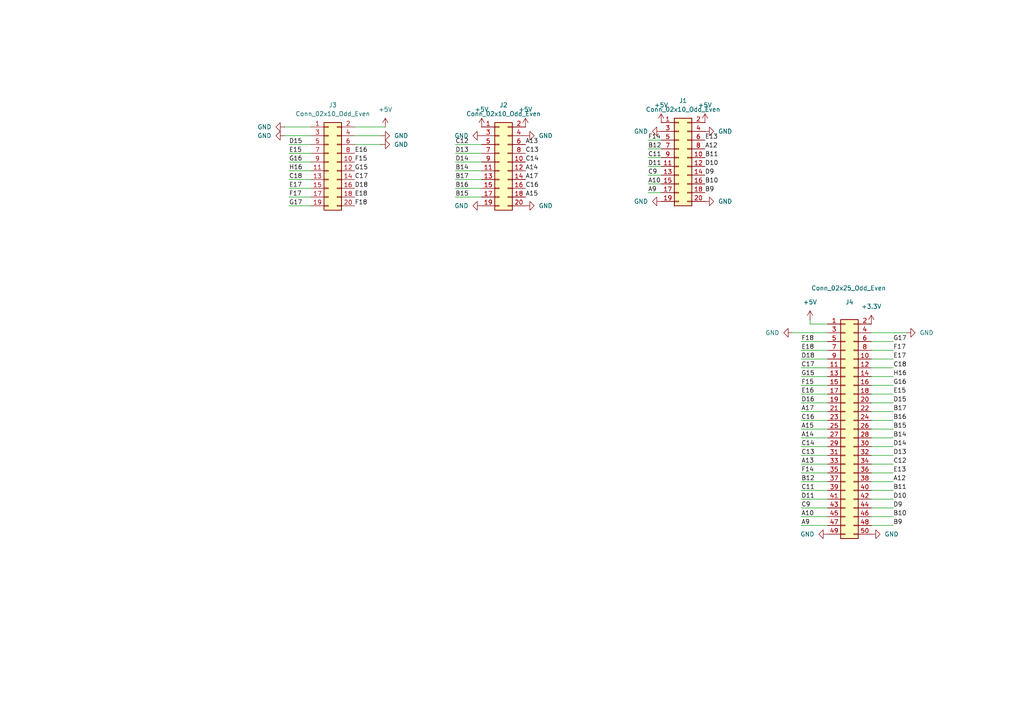
<source format=kicad_sch>
(kicad_sch (version 20231120) (generator "eeschema") (generator_version "8.0")
  (paper "A4")
  (lib_symbols
    (symbol "Connector_Generic:Conn_02x10_Odd_Even" (pin_names (offset 1.016) hide)
      (property "Reference" "J" (at 1.27 12.7 0))
      (property "Value" "Conn_02x10_Odd_Even" (at 1.27 -15.24 0))
      (symbol "Conn_02x10_Odd_Even_1_1"
        (rectangle (start -1.27 -12.573) (end 0 -12.827) (stroke (width 0.1524)))
        (rectangle (start -1.27 -10.033) (end 0 -10.287) (stroke (width 0.1524)))
        (rectangle (start -1.27 -7.493) (end 0 -7.747) (stroke (width 0.1524)))
        (rectangle (start -1.27 -4.953) (end 0 -5.207) (stroke (width 0.1524)))
        (rectangle (start -1.27 -2.413) (end 0 -2.667) (stroke (width 0.1524)))
        (rectangle (start -1.27 0.127) (end 0 -0.127) (stroke (width 0.1524)))
        (rectangle (start -1.27 2.667) (end 0 2.413) (stroke (width 0.1524)))
        (rectangle (start -1.27 5.207) (end 0 4.953) (stroke (width 0.1524)))
        (rectangle (start -1.27 7.747) (end 0 7.493) (stroke (width 0.1524)))
        (rectangle (start -1.27 10.287) (end 0 10.033) (stroke (width 0.1524)))
        (rectangle (start -1.27 11.43) (end 3.81 -13.97) (stroke (width 0.254)) (fill (type background)))
        (rectangle (start 3.81 -12.573) (end 2.54 -12.827) (stroke (width 0.1524)))
        (rectangle (start 3.81 -10.033) (end 2.54 -10.287) (stroke (width 0.1524)))
        (rectangle (start 3.81 -7.493) (end 2.54 -7.747) (stroke (width 0.1524)))
        (rectangle (start 3.81 -4.953) (end 2.54 -5.207) (stroke (width 0.1524)))
        (rectangle (start 3.81 -2.413) (end 2.54 -2.667) (stroke (width 0.1524)))
        (rectangle (start 3.81 0.127) (end 2.54 -0.127) (stroke (width 0.1524)))
        (rectangle (start 3.81 2.667) (end 2.54 2.413) (stroke (width 0.1524)))
        (rectangle (start 3.81 5.207) (end 2.54 4.953) (stroke (width 0.1524)))
        (rectangle (start 3.81 7.747) (end 2.54 7.493) (stroke (width 0.1524)))
        (rectangle (start 3.81 10.287) (end 2.54 10.033) (stroke (width 0.1524)))
        (pin passive line (at -5.08 10.16 0) (length 3.81) (name "Pin_1") (number "1"))
        (pin passive line (at 7.62 0 180) (length 3.81) (name "Pin_10") (number "10"))
        (pin passive line (at -5.08 -2.54 0) (length 3.81) (name "Pin_11") (number "11"))
        (pin passive line (at 7.62 -2.54 180) (length 3.81) (name "Pin_12") (number "12"))
        (pin passive line (at -5.08 -5.08 0) (length 3.81) (name "Pin_13") (number "13"))
        (pin passive line (at 7.62 -5.08 180) (length 3.81) (name "Pin_14") (number "14"))
        (pin passive line (at -5.08 -7.62 0) (length 3.81) (name "Pin_15") (number "15"))
        (pin passive line (at 7.62 -7.62 180) (length 3.81) (name "Pin_16") (number "16"))
        (pin passive line (at -5.08 -10.16 0) (length 3.81) (name "Pin_17") (number "17"))
        (pin passive line (at 7.62 -10.16 180) (length 3.81) (name "Pin_18") (number "18"))
        (pin passive line (at -5.08 -12.7 0) (length 3.81) (name "Pin_19") (number "19"))
        (pin passive line (at 7.62 10.16 180) (length 3.81) (name "Pin_2") (number "2"))
        (pin passive line (at 7.62 -12.7 180) (length 3.81) (name "Pin_20") (number "20"))
        (pin passive line (at -5.08 7.62 0) (length 3.81) (name "Pin_3") (number "3"))
        (pin passive line (at 7.62 7.62 180) (length 3.81) (name "Pin_4") (number "4"))
        (pin passive line (at -5.08 5.08 0) (length 3.81) (name "Pin_5") (number "5"))
        (pin passive line (at 7.62 5.08 180) (length 3.81) (name "Pin_6") (number "6"))
        (pin passive line (at -5.08 2.54 0) (length 3.81) (name "Pin_7") (number "7"))
        (pin passive line (at 7.62 2.54 180) (length 3.81) (name "Pin_8") (number "8"))
        (pin passive line (at -5.08 0 0) (length 3.81) (name "Pin_9") (number "9"))
      )
    )
    (symbol "Connector_Generic:Conn_02x25_Odd_Even" (pin_names (offset 1.016) hide)
      (property "Reference" "J" (at 1.27 33.02 0))
      (property "Value" "Conn_02x25_Odd_Even" (at 1.27 -33.02 0))
      (symbol "Conn_02x25_Odd_Even_1_1"
        (rectangle (start -1.27 -30.353) (end 0 -30.607) (stroke (width 0.1524)))
        (rectangle (start -1.27 -27.813) (end 0 -28.067) (stroke (width 0.1524)))
        (rectangle (start -1.27 -25.273) (end 0 -25.527) (stroke (width 0.1524)))
        (rectangle (start -1.27 -22.733) (end 0 -22.987) (stroke (width 0.1524)))
        (rectangle (start -1.27 -20.193) (end 0 -20.447) (stroke (width 0.1524)))
        (rectangle (start -1.27 -17.653) (end 0 -17.907) (stroke (width 0.1524)))
        (rectangle (start -1.27 -15.113) (end 0 -15.367) (stroke (width 0.1524)))
        (rectangle (start -1.27 -12.573) (end 0 -12.827) (stroke (width 0.1524)))
        (rectangle (start -1.27 -10.033) (end 0 -10.287) (stroke (width 0.1524)))
        (rectangle (start -1.27 -7.493) (end 0 -7.747) (stroke (width 0.1524)))
        (rectangle (start -1.27 -4.953) (end 0 -5.207) (stroke (width 0.1524)))
        (rectangle (start -1.27 -2.413) (end 0 -2.667) (stroke (width 0.1524)))
        (rectangle (start -1.27 0.127) (end 0 -0.127) (stroke (width 0.1524)))
        (rectangle (start -1.27 2.667) (end 0 2.413) (stroke (width 0.1524)))
        (rectangle (start -1.27 5.207) (end 0 4.953) (stroke (width 0.1524)))
        (rectangle (start -1.27 7.747) (end 0 7.493) (stroke (width 0.1524)))
        (rectangle (start -1.27 10.287) (end 0 10.033) (stroke (width 0.1524)))
        (rectangle (start -1.27 12.827) (end 0 12.573) (stroke (width 0.1524)))
        (rectangle (start -1.27 15.367) (end 0 15.113) (stroke (width 0.1524)))
        (rectangle (start -1.27 17.907) (end 0 17.653) (stroke (width 0.1524)))
        (rectangle (start -1.27 20.447) (end 0 20.193) (stroke (width 0.1524)))
        (rectangle (start -1.27 22.987) (end 0 22.733) (stroke (width 0.1524)))
        (rectangle (start -1.27 25.527) (end 0 25.273) (stroke (width 0.1524)))
        (rectangle (start -1.27 28.067) (end 0 27.813) (stroke (width 0.1524)))
        (rectangle (start -1.27 30.607) (end 0 30.353) (stroke (width 0.1524)))
        (rectangle (start -1.27 31.75) (end 3.81 -31.75) (stroke (width 0.254)) (fill (type background)))
        (rectangle (start 3.81 -30.353) (end 2.54 -30.607) (stroke (width 0.1524)))
        (rectangle (start 3.81 -27.813) (end 2.54 -28.067) (stroke (width 0.1524)))
        (rectangle (start 3.81 -25.273) (end 2.54 -25.527) (stroke (width 0.1524)))
        (rectangle (start 3.81 -22.733) (end 2.54 -22.987) (stroke (width 0.1524)))
        (rectangle (start 3.81 -20.193) (end 2.54 -20.447) (stroke (width 0.1524)))
        (rectangle (start 3.81 -17.653) (end 2.54 -17.907) (stroke (width 0.1524)))
        (rectangle (start 3.81 -15.113) (end 2.54 -15.367) (stroke (width 0.1524)))
        (rectangle (start 3.81 -12.573) (end 2.54 -12.827) (stroke (width 0.1524)))
        (rectangle (start 3.81 -10.033) (end 2.54 -10.287) (stroke (width 0.1524)))
        (rectangle (start 3.81 -7.493) (end 2.54 -7.747) (stroke (width 0.1524)))
        (rectangle (start 3.81 -4.953) (end 2.54 -5.207) (stroke (width 0.1524)))
        (rectangle (start 3.81 -2.413) (end 2.54 -2.667) (stroke (width 0.1524)))
        (rectangle (start 3.81 0.127) (end 2.54 -0.127) (stroke (width 0.1524)))
        (rectangle (start 3.81 2.667) (end 2.54 2.413) (stroke (width 0.1524)))
        (rectangle (start 3.81 5.207) (end 2.54 4.953) (stroke (width 0.1524)))
        (rectangle (start 3.81 7.747) (end 2.54 7.493) (stroke (width 0.1524)))
        (rectangle (start 3.81 10.287) (end 2.54 10.033) (stroke (width 0.1524)))
        (rectangle (start 3.81 12.827) (end 2.54 12.573) (stroke (width 0.1524)))
        (rectangle (start 3.81 15.367) (end 2.54 15.113) (stroke (width 0.1524)))
        (rectangle (start 3.81 17.907) (end 2.54 17.653) (stroke (width 0.1524)))
        (rectangle (start 3.81 20.447) (end 2.54 20.193) (stroke (width 0.1524)))
        (rectangle (start 3.81 22.987) (end 2.54 22.733) (stroke (width 0.1524)))
        (rectangle (start 3.81 25.527) (end 2.54 25.273) (stroke (width 0.1524)))
        (rectangle (start 3.81 28.067) (end 2.54 27.813) (stroke (width 0.1524)))
        (rectangle (start 3.81 30.607) (end 2.54 30.353) (stroke (width 0.1524)))
        (pin passive line (at -5.08 30.48 0) (length 3.81) (name "Pin_1") (number "1"))
        (pin passive line (at 7.62 20.32 180) (length 3.81) (name "Pin_10") (number "10"))
        (pin passive line (at -5.08 17.78 0) (length 3.81) (name "Pin_11") (number "11"))
        (pin passive line (at 7.62 17.78 180) (length 3.81) (name "Pin_12") (number "12"))
        (pin passive line (at -5.08 15.24 0) (length 3.81) (name "Pin_13") (number "13"))
        (pin passive line (at 7.62 15.24 180) (length 3.81) (name "Pin_14") (number "14"))
        (pin passive line (at -5.08 12.7 0) (length 3.81) (name "Pin_15") (number "15"))
        (pin passive line (at 7.62 12.7 180) (length 3.81) (name "Pin_16") (number "16"))
        (pin passive line (at -5.08 10.16 0) (length 3.81) (name "Pin_17") (number "17"))
        (pin passive line (at 7.62 10.16 180) (length 3.81) (name "Pin_18") (number "18"))
        (pin passive line (at -5.08 7.62 0) (length 3.81) (name "Pin_19") (number "19"))
        (pin passive line (at 7.62 30.48 180) (length 3.81) (name "Pin_2") (number "2"))
        (pin passive line (at 7.62 7.62 180) (length 3.81) (name "Pin_20") (number "20"))
        (pin passive line (at -5.08 5.08 0) (length 3.81) (name "Pin_21") (number "21"))
        (pin passive line (at 7.62 5.08 180) (length 3.81) (name "Pin_22") (number "22"))
        (pin passive line (at -5.08 2.54 0) (length 3.81) (name "Pin_23") (number "23"))
        (pin passive line (at 7.62 2.54 180) (length 3.81) (name "Pin_24") (number "24"))
        (pin passive line (at -5.08 0 0) (length 3.81) (name "Pin_25") (number "25"))
        (pin passive line (at 7.62 0 180) (length 3.81) (name "Pin_26") (number "26"))
        (pin passive line (at -5.08 -2.54 0) (length 3.81) (name "Pin_27") (number "27"))
        (pin passive line (at 7.62 -2.54 180) (length 3.81) (name "Pin_28") (number "28"))
        (pin passive line (at -5.08 -5.08 0) (length 3.81) (name "Pin_29") (number "29"))
        (pin passive line (at -5.08 27.94 0) (length 3.81) (name "Pin_3") (number "3"))
        (pin passive line (at 7.62 -5.08 180) (length 3.81) (name "Pin_30") (number "30"))
        (pin passive line (at -5.08 -7.62 0) (length 3.81) (name "Pin_31") (number "31"))
        (pin passive line (at 7.62 -7.62 180) (length 3.81) (name "Pin_32") (number "32"))
        (pin passive line (at -5.08 -10.16 0) (length 3.81) (name "Pin_33") (number "33"))
        (pin passive line (at 7.62 -10.16 180) (length 3.81) (name "Pin_34") (number "34"))
        (pin passive line (at -5.08 -12.7 0) (length 3.81) (name "Pin_35") (number "35"))
        (pin passive line (at 7.62 -12.7 180) (length 3.81) (name "Pin_36") (number "36"))
        (pin passive line (at -5.08 -15.24 0) (length 3.81) (name "Pin_37") (number "37"))
        (pin passive line (at 7.62 -15.24 180) (length 3.81) (name "Pin_38") (number "38"))
        (pin passive line (at -5.08 -17.78 0) (length 3.81) (name "Pin_39") (number "39"))
        (pin passive line (at 7.62 27.94 180) (length 3.81) (name "Pin_4") (number "4"))
        (pin passive line (at 7.62 -17.78 180) (length 3.81) (name "Pin_40") (number "40"))
        (pin passive line (at -5.08 -20.32 0) (length 3.81) (name "Pin_41") (number "41"))
        (pin passive line (at 7.62 -20.32 180) (length 3.81) (name "Pin_42") (number "42"))
        (pin passive line (at -5.08 -22.86 0) (length 3.81) (name "Pin_43") (number "43"))
        (pin passive line (at 7.62 -22.86 180) (length 3.81) (name "Pin_44") (number "44"))
        (pin passive line (at -5.08 -25.4 0) (length 3.81) (name "Pin_45") (number "45"))
        (pin passive line (at 7.62 -25.4 180) (length 3.81) (name "Pin_46") (number "46"))
        (pin passive line (at -5.08 -27.94 0) (length 3.81) (name "Pin_47") (number "47"))
        (pin passive line (at 7.62 -27.94 180) (length 3.81) (name "Pin_48") (number "48"))
        (pin passive line (at -5.08 -30.48 0) (length 3.81) (name "Pin_49") (number "49"))
        (pin passive line (at -5.08 25.4 0) (length 3.81) (name "Pin_5") (number "5"))
        (pin passive line (at 7.62 -30.48 180) (length 3.81) (name "Pin_50") (number "50"))
        (pin passive line (at 7.62 25.4 180) (length 3.81) (name "Pin_6") (number "6"))
        (pin passive line (at -5.08 22.86 0) (length 3.81) (name "Pin_7") (number "7"))
        (pin passive line (at 7.62 22.86 180) (length 3.81) (name "Pin_8") (number "8"))
        (pin passive line (at -5.08 20.32 0) (length 3.81) (name "Pin_9") (number "9"))
      )
    )
    (symbol "power:+3.3V" (power) (pin_numbers hide) (pin_names (offset 0) hide)
      (property "Value" "+3.3V" (at 0 3.556 0))
      (symbol "+3.3V_0_1"
        (polyline (pts (xy -0.762 1.27) (xy 0 2.54)))
        (polyline (pts (xy 0 0) (xy 0 2.54)))
        (polyline (pts (xy 0 2.54) (xy 0.762 1.27)))
      )
      (symbol "+3.3V_1_1"
        (pin power_in line (at 0 0 90) (length 0) (name "~") (number "1"))
      )
    )
    (symbol "power:+5V" (power) (pin_numbers hide) (pin_names (offset 0) hide)
      (property "Value" "+5V" (at 0 3.556 0))
      (symbol "+5V_0_1"
        (polyline (pts (xy -0.762 1.27) (xy 0 2.54)))
        (polyline (pts (xy 0 0) (xy 0 2.54)))
        (polyline (pts (xy 0 2.54) (xy 0.762 1.27)))
      )
      (symbol "+5V_1_1"
        (pin power_in line (at 0 0 90) (length 0) (name "~") (number "1"))
      )
    )
    (symbol "power:GND" (power) (pin_numbers hide) (pin_names (offset 0) hide)
      (property "Value" "GND" (at 0 -3.81 0))
      (symbol "GND_0_1"
        (polyline (pts (xy 0 0) (xy 0 -1.27) (xy 1.27 -1.27) (xy 0 -2.54) (xy -1.27 -1.27) (xy 0 -1.27)))
      )
      (symbol "GND_1_1"
        (pin power_in line (at 0 0 270) (length 0) (name "~") (number "1"))
      )
    )
  )
  (wire (pts (xy 232.41 109.22) (xy 240.03 109.22)))
  (wire (pts (xy 187.96 53.34) (xy 191.77 53.34)))
  (wire (pts (xy 232.41 142.24) (xy 240.03 142.24)))
  (wire (pts (xy 232.41 119.38) (xy 240.03 119.38)))
  (wire (pts (xy 232.41 129.54) (xy 240.03 129.54)))
  (wire (pts (xy 259.08 139.7) (xy 252.73 139.7)))
  (wire (pts (xy 232.41 106.68) (xy 240.03 106.68)))
  (wire (pts (xy 232.41 127) (xy 240.03 127)))
  (wire (pts (xy 234.95 93.98) (xy 234.95 92.71)))
  (wire (pts (xy 232.41 134.62) (xy 240.03 134.62)))
  (wire (pts (xy 259.08 116.84) (xy 252.73 116.84)))
  (wire (pts (xy 187.96 48.26) (xy 191.77 48.26)))
  (wire (pts (xy 259.08 149.86) (xy 252.73 149.86)))
  (wire (pts (xy 83.82 57.15) (xy 90.17 57.15)))
  (wire (pts (xy 232.41 111.76) (xy 240.03 111.76)))
  (wire (pts (xy 259.08 127) (xy 252.73 127)))
  (wire (pts (xy 229.87 96.52) (xy 240.03 96.52)))
  (wire (pts (xy 262.89 96.52) (xy 252.73 96.52)))
  (wire (pts (xy 259.08 99.06) (xy 252.73 99.06)))
  (wire (pts (xy 259.08 104.14) (xy 252.73 104.14)))
  (wire (pts (xy 232.41 104.14) (xy 240.03 104.14)))
  (wire (pts (xy 259.08 134.62) (xy 252.73 134.62)))
  (wire (pts (xy 259.08 144.78) (xy 252.73 144.78)))
  (wire (pts (xy 83.82 44.45) (xy 90.17 44.45)))
  (wire (pts (xy 259.08 111.76) (xy 252.73 111.76)))
  (wire (pts (xy 240.03 93.98) (xy 234.95 93.98)))
  (wire (pts (xy 259.08 147.32) (xy 252.73 147.32)))
  (wire (pts (xy 232.41 114.3) (xy 240.03 114.3)))
  (wire (pts (xy 187.96 45.72) (xy 191.77 45.72)))
  (wire (pts (xy 132.08 52.07) (xy 139.7 52.07)))
  (wire (pts (xy 83.82 59.69) (xy 90.17 59.69)))
  (wire (pts (xy 232.41 132.08) (xy 240.03 132.08)))
  (wire (pts (xy 232.41 124.46) (xy 240.03 124.46)))
  (wire (pts (xy 187.96 43.18) (xy 191.77 43.18)))
  (wire (pts (xy 259.08 152.4) (xy 252.73 152.4)))
  (wire (pts (xy 83.82 54.61) (xy 90.17 54.61)))
  (wire (pts (xy 110.49 39.37) (xy 102.87 39.37)))
  (wire (pts (xy 132.08 49.53) (xy 139.7 49.53)))
  (wire (pts (xy 232.41 137.16) (xy 240.03 137.16)))
  (wire (pts (xy 259.08 124.46) (xy 252.73 124.46)))
  (wire (pts (xy 132.08 54.61) (xy 139.7 54.61)))
  (wire (pts (xy 259.08 114.3) (xy 252.73 114.3)))
  (wire (pts (xy 83.82 41.91) (xy 90.17 41.91)))
  (wire (pts (xy 259.08 109.22) (xy 252.73 109.22)))
  (wire (pts (xy 232.41 152.4) (xy 240.03 152.4)))
  (wire (pts (xy 132.08 41.91) (xy 139.7 41.91)))
  (wire (pts (xy 187.96 55.88) (xy 191.77 55.88)))
  (wire (pts (xy 232.41 139.7) (xy 240.03 139.7)))
  (wire (pts (xy 111.76 36.83) (xy 102.87 36.83)))
  (wire (pts (xy 259.08 121.92) (xy 252.73 121.92)))
  (wire (pts (xy 232.41 99.06) (xy 240.03 99.06)))
  (wire (pts (xy 259.08 129.54) (xy 252.73 129.54)))
  (wire (pts (xy 259.08 119.38) (xy 252.73 119.38)))
  (wire (pts (xy 259.08 132.08) (xy 252.73 132.08)))
  (wire (pts (xy 83.82 49.53) (xy 90.17 49.53)))
  (wire (pts (xy 232.41 149.86) (xy 240.03 149.86)))
  (wire (pts (xy 83.82 46.99) (xy 90.17 46.99)))
  (wire (pts (xy 132.08 46.99) (xy 139.7 46.99)))
  (wire (pts (xy 259.08 142.24) (xy 252.73 142.24)))
  (wire (pts (xy 82.55 36.83) (xy 90.17 36.83)))
  (wire (pts (xy 187.96 40.64) (xy 191.77 40.64)))
  (wire (pts (xy 259.08 137.16) (xy 252.73 137.16)))
  (wire (pts (xy 259.08 101.6) (xy 252.73 101.6)))
  (wire (pts (xy 132.08 44.45) (xy 139.7 44.45)))
  (wire (pts (xy 132.08 57.15) (xy 139.7 57.15)))
  (wire (pts (xy 82.55 39.37) (xy 90.17 39.37)))
  (wire (pts (xy 232.41 147.32) (xy 240.03 147.32)))
  (wire (pts (xy 232.41 101.6) (xy 240.03 101.6)))
  (wire (pts (xy 259.08 106.68) (xy 252.73 106.68)))
  (wire (pts (xy 232.41 116.84) (xy 240.03 116.84)))
  (wire (pts (xy 187.96 50.8) (xy 191.77 50.8)))
  (wire (pts (xy 232.41 144.78) (xy 240.03 144.78)))
  (wire (pts (xy 232.41 121.92) (xy 240.03 121.92)))
  (wire (pts (xy 110.49 41.91) (xy 102.87 41.91)))
  (wire (pts (xy 83.82 52.07) (xy 90.17 52.07)))
  (label "B10" (at 204.47 53.34 0))
  (label "E13" (at 204.47 40.64 0))
  (label "B11" (at 259.08 142.24 0))
  (label "C9" (at 232.41 147.32 0))
  (label "G17" (at 83.82 59.69 0))
  (label "B17" (at 259.08 119.38 0))
  (label "B9" (at 204.47 55.88 0))
  (label "D14" (at 259.08 129.54 0))
  (label "D18" (at 232.41 104.14 0))
  (label "A12" (at 204.47 43.18 0))
  (label "B14" (at 259.08 127 0))
  (label "G15" (at 102.87 49.53 0))
  (label "F18" (at 102.87 59.69 0))
  (label "A10" (at 187.96 53.34 0))
  (label "A15" (at 152.4 57.15 0))
  (label "A17" (at 152.4 52.07 0))
  (label "F17" (at 259.08 101.6 0))
  (label "C18" (at 259.08 106.68 0))
  (label "F14" (at 187.96 40.64 0))
  (label "C16" (at 232.41 121.92 0))
  (label "B10" (at 259.08 149.86 0))
  (label "C14" (at 232.41 129.54 0))
  (label "B17" (at 132.08 52.07 0))
  (label "D14" (at 132.08 46.99 0))
  (label "G15" (at 232.41 109.22 0))
  (label "E16" (at 232.41 114.3 0))
  (label "C13" (at 232.41 132.08 0))
  (label "A13" (at 232.41 134.62 0))
  (label "B12" (at 232.41 139.7 0))
  (label "B16" (at 259.08 121.92 0))
  (label "D11" (at 187.96 48.26 0))
  (label "E15" (at 83.82 44.45 0))
  (label "G16" (at 259.08 111.76 0))
  (label "E13" (at 259.08 137.16 0))
  (label "B12" (at 187.96 43.18 0))
  (label "B15" (at 259.08 124.46 0))
  (label "G17" (at 259.08 99.06 0))
  (label "D18" (at 102.87 54.61 0))
  (label "F14" (at 232.41 137.16 0))
  (label "E17" (at 259.08 104.14 0))
  (label "D10" (at 204.47 48.26 0))
  (label "C18" (at 83.82 52.07 0))
  (label "D13" (at 132.08 44.45 0))
  (label "H16" (at 83.82 49.53 0))
  (label "F17" (at 83.82 57.15 0))
  (label "E15" (at 259.08 114.3 0))
  (label "A9" (at 232.41 152.4 0))
  (label "F15" (at 102.87 46.99 0))
  (label "C17" (at 102.87 52.07 0))
  (label "F15" (at 232.41 111.76 0))
  (label "D15" (at 259.08 116.84 0))
  (label "A10" (at 232.41 149.86 0))
  (label "C14" (at 152.4 46.99 0))
  (label "A14" (at 232.41 127 0))
  (label "F18" (at 232.41 99.06 0))
  (label "B9" (at 259.08 152.4 0))
  (label "B14" (at 132.08 49.53 0))
  (label "B16" (at 132.08 54.61 0))
  (label "C12" (at 132.08 41.91 0))
  (label "C11" (at 187.96 45.72 0))
  (label "D9" (at 204.47 50.8 0))
  (label "D10" (at 259.08 144.78 0))
  (label "A12" (at 259.08 139.7 0))
  (label "C17" (at 232.41 106.68 0))
  (label "A17" (at 232.41 119.38 0))
  (label "A14" (at 152.4 49.53 0))
  (label "E16" (at 102.87 44.45 0))
  (label "C13" (at 152.4 44.45 0))
  (label "A15" (at 232.41 124.46 0))
  (label "E18" (at 102.87 57.15 0))
  (label "H16" (at 259.08 109.22 0))
  (label "D11" (at 232.41 144.78 0))
  (label "D13" (at 259.08 132.08 0))
  (label "E18" (at 232.41 101.6 0))
  (label "C11" (at 232.41 142.24 0))
  (label "D16" (at 232.41 116.84 0))
  (label "C12" (at 259.08 134.62 0))
  (label "C16" (at 152.4 54.61 0))
  (label "C9" (at 187.96 50.8 0))
  (label "D15" (at 83.82 41.91 0))
  (label "G16" (at 83.82 46.99 0))
  (label "A13" (at 152.4 41.91 0))
  (label "D9" (at 259.08 147.32 0))
  (label "A9" (at 187.96 55.88 0))
  (label "B11" (at 204.47 45.72 0))
  (label "E17" (at 83.82 54.61 0))
  (label "B15" (at 132.08 57.15 0))
  (symbol (lib_id "Connector_Generic:Conn_02x10_Odd_Even") (at 196.85 45.72 0) (unit 1)
    (property "Reference" "J1" (at 198.12 29.21 0))
    (property "Value" "Conn_02x10_Odd_Even" (at 198.12 31.75 0))
    (property "Footprint" "Connector_PinSocket_2.54mm:PinSocket_2x10_P2.54mm_Vertical" (effects (hide yes)))
    (property "Description" "Generic connector, double row, 02x10, odd/even pin numbering scheme (row 1 odd numbers, row 2 even numbers), script generated (kicad-library-utils/schlib/autogen/connector/)" (effects (hide yes)))
  )
  (symbol (lib_id "power:GND") (at 240.03 154.94 270) (unit 1)
    (property "Reference" "#PWR020" (effects (hide yes)))
    (property "Value" "GND" (at 236.22 154.9399 90) (effects (justify right)))
    (property "Description" "Power symbol creates a global label with name \"GND\" , ground" (effects (hide yes)))
  )
  (symbol (lib_id "power:GND") (at 82.55 36.83 270) (unit 1)
    (property "Reference" "#PWR01" (effects (hide yes)))
    (property "Value" "GND" (at 78.74 36.8299 90) (effects (justify right)))
    (property "Description" "Power symbol creates a global label with name \"GND\" , ground" (effects (hide yes)))
  )
  (symbol (lib_id "power:GND") (at 252.73 154.94 90) (unit 1)
    (property "Reference" "#PWR022" (effects (hide yes)))
    (property "Value" "GND" (at 256.54 154.9399 90) (effects (justify right)))
    (property "Description" "Power symbol creates a global label with name \"GND\" , ground" (effects (hide yes)))
  )
  (symbol (lib_id "Connector_Generic:Conn_02x10_Odd_Even") (at 144.78 46.99 0) (unit 1)
    (property "Reference" "J2" (at 146.05 30.48 0))
    (property "Value" "Conn_02x10_Odd_Even" (at 146.05 33.02 0))
    (property "Footprint" "Connector_PinSocket_2.54mm:PinSocket_2x10_P2.54mm_Vertical" (effects (hide yes)))
    (property "Description" "Generic connector, double row, 02x10, odd/even pin numbering scheme (row 1 odd numbers, row 2 even numbers), script generated (kicad-library-utils/schlib/autogen/connector/)" (effects (hide yes)))
  )
  (symbol (lib_id "power:GND") (at 191.77 58.42 270) (unit 1)
    (property "Reference" "#PWR014" (effects (hide yes)))
    (property "Value" "GND" (at 187.96 58.4199 90) (effects (justify right)))
    (property "Description" "Power symbol creates a global label with name \"GND\" , ground" (effects (hide yes)))
  )
  (symbol (lib_id "power:GND") (at 152.4 59.69 90) (unit 1)
    (property "Reference" "#PWR011" (effects (hide yes)))
    (property "Value" "GND" (at 156.21 59.6899 90) (effects (justify right)))
    (property "Description" "Power symbol creates a global label with name \"GND\" , ground" (effects (hide yes)))
  )
  (symbol (lib_id "power:GND") (at 152.4 39.37 90) (unit 1)
    (property "Reference" "#PWR010" (effects (hide yes)))
    (property "Value" "GND" (at 156.21 39.3699 90) (effects (justify right)))
    (property "Description" "Power symbol creates a global label with name \"GND\" , ground" (effects (hide yes)))
  )
  (symbol (lib_id "power:GND") (at 262.89 96.52 90) (unit 1)
    (property "Reference" "#PWR023" (effects (hide yes)))
    (property "Value" "GND" (at 266.7 96.5199 90) (effects (justify right)))
    (property "Description" "Power symbol creates a global label with name \"GND\" , ground" (effects (hide yes)))
  )
  (symbol (lib_id "power:+5V") (at 204.47 35.56 0) (unit 1)
    (property "Reference" "#PWR015" (effects (hide yes)))
    (property "Value" "+5V" (at 204.47 30.48 0))
    (property "Description" "Power symbol creates a global label with name \"+5V\"" (effects (hide yes)))
  )
  (symbol (lib_id "power:GND") (at 139.7 39.37 270) (unit 1)
    (property "Reference" "#PWR07" (effects (hide yes)))
    (property "Value" "GND" (at 135.89 39.3699 90) (effects (justify right)))
    (property "Description" "Power symbol creates a global label with name \"GND\" , ground" (effects (hide yes)))
  )
  (symbol (lib_id "power:+5V") (at 139.7 36.83 0) (unit 1)
    (property "Reference" "#PWR06" (effects (hide yes)))
    (property "Value" "+5V" (at 139.7 31.75 0))
    (property "Description" "Power symbol creates a global label with name \"+5V\"" (effects (hide yes)))
  )
  (symbol (lib_id "Connector_Generic:Conn_02x10_Odd_Even") (at 95.25 46.99 0) (unit 1)
    (property "Reference" "J3" (at 96.52 30.48 0))
    (property "Value" "Conn_02x10_Odd_Even" (at 96.52 33.02 0))
    (property "Footprint" "Connector_PinSocket_2.54mm:PinSocket_2x10_P2.54mm_Vertical" (effects (hide yes)))
    (property "Description" "Generic connector, double row, 02x10, odd/even pin numbering scheme (row 1 odd numbers, row 2 even numbers), script generated (kicad-library-utils/schlib/autogen/connector/)" (effects (hide yes)))
  )
  (symbol (lib_id "power:GND") (at 204.47 58.42 90) (unit 1)
    (property "Reference" "#PWR017" (effects (hide yes)))
    (property "Value" "GND" (at 208.28 58.4199 90) (effects (justify right)))
    (property "Description" "Power symbol creates a global label with name \"GND\" , ground" (effects (hide yes)))
  )
  (symbol (lib_id "power:GND") (at 229.87 96.52 270) (unit 1)
    (property "Reference" "#PWR018" (effects (hide yes)))
    (property "Value" "GND" (at 226.06 96.5199 90) (effects (justify right)))
    (property "Description" "Power symbol creates a global label with name \"GND\" , ground" (effects (hide yes)))
  )
  (symbol (lib_id "power:+3.3V") (at 252.73 93.98 0) (unit 1)
    (property "Reference" "#PWR021" (effects (hide yes)))
    (property "Value" "+3.3V" (at 252.73 88.9 0))
    (property "Description" "Power symbol creates a global label with name \"+3.3V\"" (effects (hide yes)))
  )
  (symbol (lib_id "power:+5V") (at 111.76 36.83 0) (unit 1)
    (property "Reference" "#PWR05" (effects (hide yes)))
    (property "Value" "+5V" (at 111.76 31.75 0))
    (property "Description" "Power symbol creates a global label with name \"+5V\"" (effects (hide yes)))
  )
  (symbol (lib_id "power:+5V") (at 191.77 35.56 0) (unit 1)
    (property "Reference" "#PWR012" (effects (hide yes)))
    (property "Value" "+5V" (at 191.77 30.48 0))
    (property "Description" "Power symbol creates a global label with name \"+5V\"" (effects (hide yes)))
  )
  (symbol (lib_id "Connector_Generic:Conn_02x25_Odd_Even") (at 245.11 124.46 0) (unit 1)
    (property "Reference" "J4" (at 246.38 87.63 0))
    (property "Value" "Conn_02x25_Odd_Even" (at 246.126 83.566 0))
    (property "Footprint" "Connector_PinHeader_2.54mm:PinHeader_2x25_P2.54mm_Horizontal" (effects (hide yes)))
    (property "Description" "Generic connector, double row, 02x25, odd/even pin numbering scheme (row 1 odd numbers, row 2 even numbers), script generated (kicad-library-utils/schlib/autogen/connector/)" (effects (hide yes)))
  )
  (symbol (lib_id "power:GND") (at 139.7 59.69 270) (unit 1)
    (property "Reference" "#PWR08" (effects (hide yes)))
    (property "Value" "GND" (at 135.89 59.6899 90) (effects (justify right)))
    (property "Description" "Power symbol creates a global label with name \"GND\" , ground" (effects (hide yes)))
  )
  (symbol (lib_id "power:+5V") (at 234.95 92.71 0) (unit 1)
    (property "Reference" "#PWR019" (effects (hide yes)))
    (property "Value" "+5V" (at 234.95 87.63 0))
    (property "Description" "Power symbol creates a global label with name \"+5V\"" (effects (hide yes)))
  )
  (symbol (lib_id "power:GND") (at 82.55 39.37 270) (unit 1)
    (property "Reference" "#PWR02" (effects (hide yes)))
    (property "Value" "GND" (at 78.74 39.3699 90) (effects (justify right)))
    (property "Description" "Power symbol creates a global label with name \"GND\" , ground" (effects (hide yes)))
  )
  (symbol (lib_id "power:+5V") (at 152.4 36.83 0) (unit 1)
    (property "Reference" "#PWR09" (effects (hide yes)))
    (property "Value" "+5V" (at 152.4 31.75 0))
    (property "Description" "Power symbol creates a global label with name \"+5V\"" (effects (hide yes)))
  )
  (symbol (lib_id "power:GND") (at 110.49 39.37 90) (unit 1)
    (property "Reference" "#PWR03" (effects (hide yes)))
    (property "Value" "GND" (at 114.3 39.3699 90) (effects (justify right)))
    (property "Description" "Power symbol creates a global label with name \"GND\" , ground" (effects (hide yes)))
  )
  (symbol (lib_id "power:GND") (at 191.77 38.1 270) (unit 1)
    (property "Reference" "#PWR013" (effects (hide yes)))
    (property "Value" "GND" (at 187.96 38.0999 90) (effects (justify right)))
    (property "Description" "Power symbol creates a global label with name \"GND\" , ground" (effects (hide yes)))
  )
  (symbol (lib_id "power:GND") (at 204.47 38.1 90) (unit 1)
    (property "Reference" "#PWR016" (effects (hide yes)))
    (property "Value" "GND" (at 208.28 38.0999 90) (effects (justify right)))
    (property "Description" "Power symbol creates a global label with name \"GND\" , ground" (effects (hide yes)))
  )
  (symbol (lib_id "power:GND") (at 110.49 41.91 90) (unit 1)
    (property "Reference" "#PWR04" (effects (hide yes)))
    (property "Value" "GND" (at 114.3 41.9099 90) (effects (justify right)))
    (property "Description" "Power symbol creates a global label with name \"GND\" , ground" (effects (hide yes)))
  )
)
</source>
